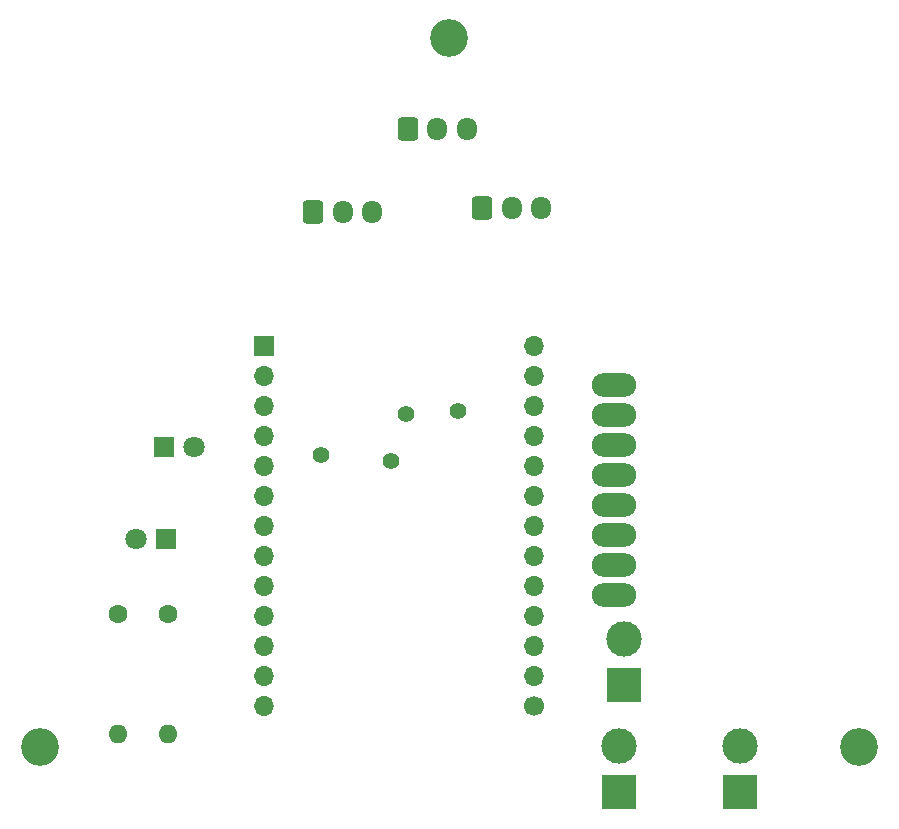
<source format=gbr>
%TF.GenerationSoftware,KiCad,Pcbnew,6.0.11-2627ca5db0~126~ubuntu20.04.1*%
%TF.CreationDate,2024-02-12T23:33:47+01:00*%
%TF.ProjectId,PCB,5043422e-6b69-4636-9164-5f7063625858,rev?*%
%TF.SameCoordinates,Original*%
%TF.FileFunction,Soldermask,Bot*%
%TF.FilePolarity,Negative*%
%FSLAX46Y46*%
G04 Gerber Fmt 4.6, Leading zero omitted, Abs format (unit mm)*
G04 Created by KiCad (PCBNEW 6.0.11-2627ca5db0~126~ubuntu20.04.1) date 2024-02-12 23:33:47*
%MOMM*%
%LPD*%
G01*
G04 APERTURE LIST*
G04 Aperture macros list*
%AMRoundRect*
0 Rectangle with rounded corners*
0 $1 Rounding radius*
0 $2 $3 $4 $5 $6 $7 $8 $9 X,Y pos of 4 corners*
0 Add a 4 corners polygon primitive as box body*
4,1,4,$2,$3,$4,$5,$6,$7,$8,$9,$2,$3,0*
0 Add four circle primitives for the rounded corners*
1,1,$1+$1,$2,$3*
1,1,$1+$1,$4,$5*
1,1,$1+$1,$6,$7*
1,1,$1+$1,$8,$9*
0 Add four rect primitives between the rounded corners*
20,1,$1+$1,$2,$3,$4,$5,0*
20,1,$1+$1,$4,$5,$6,$7,0*
20,1,$1+$1,$6,$7,$8,$9,0*
20,1,$1+$1,$8,$9,$2,$3,0*%
G04 Aperture macros list end*
%ADD10C,1.600000*%
%ADD11O,1.600000X1.600000*%
%ADD12C,1.400000*%
%ADD13R,1.800000X1.800000*%
%ADD14C,1.800000*%
%ADD15RoundRect,0.250000X-0.600000X-0.725000X0.600000X-0.725000X0.600000X0.725000X-0.600000X0.725000X0*%
%ADD16O,1.700000X1.950000*%
%ADD17R,3.000000X3.000000*%
%ADD18C,3.000000*%
%ADD19C,3.200000*%
%ADD20O,3.760000X1.982000*%
%ADD21R,1.700000X1.700000*%
%ADD22O,1.700000X1.700000*%
%ADD23C,1.700000*%
G04 APERTURE END LIST*
D10*
%TO.C,R2.2*%
X52200000Y-116200000D03*
D11*
X52200000Y-126360000D03*
%TD*%
D12*
%TO.C,Jump*%
X72400000Y-99200000D03*
%TD*%
%TO.C,Jump*%
X71100000Y-103200000D03*
%TD*%
D13*
%TO.C,D2*%
X51860000Y-102000000D03*
D14*
X54400000Y-102000000D03*
%TD*%
D15*
%TO.C,pot2*%
X64500000Y-82100000D03*
D16*
X67000000Y-82100000D03*
X69500000Y-82100000D03*
%TD*%
D17*
%TO.C,SW3*%
X90400000Y-131200000D03*
D18*
X90400000Y-127320000D03*
%TD*%
D19*
%TO.C,-*%
X41400000Y-127400000D03*
%TD*%
D15*
%TO.C,pot3*%
X78800000Y-81800000D03*
D16*
X81300000Y-81800000D03*
X83800000Y-81800000D03*
%TD*%
D15*
%TO.C,pot 1*%
X72500000Y-75100000D03*
D16*
X75000000Y-75100000D03*
X77500000Y-75100000D03*
%TD*%
D20*
%TO.C,U2*%
X90000000Y-112000000D03*
X90000000Y-99300000D03*
X90000000Y-114540000D03*
X90000000Y-101840000D03*
X90000000Y-104380000D03*
X90000000Y-96760000D03*
X90000000Y-109460000D03*
X90000000Y-106920000D03*
%TD*%
D21*
%TO.C,U1*%
X60340000Y-93520000D03*
D22*
X60340000Y-96060000D03*
X60340000Y-98600000D03*
X60340000Y-101140000D03*
X60340000Y-103680000D03*
X60340000Y-106220000D03*
X60340000Y-108760000D03*
X60340000Y-111300000D03*
X60340000Y-113840000D03*
X60340000Y-116380000D03*
X60340000Y-118920000D03*
X60340000Y-121460000D03*
X60340000Y-124000000D03*
D23*
X83200000Y-124000000D03*
D22*
X83200000Y-121460000D03*
X83200000Y-118920000D03*
X83200000Y-116380000D03*
X83200000Y-113840000D03*
X83200000Y-111300000D03*
X83200000Y-108760000D03*
X83200000Y-106220000D03*
X83200000Y-103680000D03*
X83200000Y-101140000D03*
X83200000Y-98600000D03*
X83200000Y-96060000D03*
X83200000Y-93520000D03*
%TD*%
D13*
%TO.C,D1*%
X52000000Y-109800000D03*
D14*
X49460000Y-109800000D03*
%TD*%
D12*
%TO.C,Jump*%
X65200000Y-102700000D03*
%TD*%
D10*
%TO.C,R1.2*%
X48000000Y-116200000D03*
D11*
X48000000Y-126360000D03*
%TD*%
D19*
%TO.C,-*%
X110700000Y-127400000D03*
%TD*%
D17*
%TO.C,SW1*%
X90800000Y-122200000D03*
D18*
X90800000Y-118320000D03*
%TD*%
D19*
%TO.C,-*%
X76000000Y-67400000D03*
%TD*%
D12*
%TO.C,Jump*%
X76800000Y-99000000D03*
%TD*%
D17*
%TO.C,SW2*%
X100600000Y-131200000D03*
D18*
X100600000Y-127320000D03*
%TD*%
M02*

</source>
